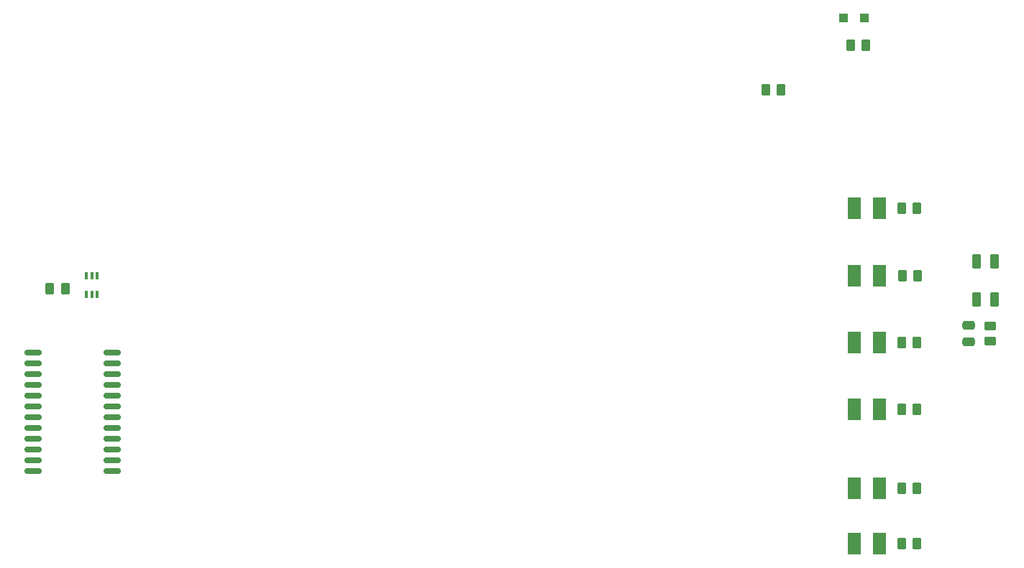
<source format=gtp>
G04 #@! TF.GenerationSoftware,KiCad,Pcbnew,(6.0.2)*
G04 #@! TF.CreationDate,2022-08-07T22:21:35-07:00*
G04 #@! TF.ProjectId,LightDrumInterface,4c696768-7444-4727-956d-496e74657266,rev?*
G04 #@! TF.SameCoordinates,Original*
G04 #@! TF.FileFunction,Paste,Top*
G04 #@! TF.FilePolarity,Positive*
%FSLAX46Y46*%
G04 Gerber Fmt 4.6, Leading zero omitted, Abs format (unit mm)*
G04 Created by KiCad (PCBNEW (6.0.2)) date 2022-08-07 22:21:35*
%MOMM*%
%LPD*%
G01*
G04 APERTURE LIST*
G04 Aperture macros list*
%AMRoundRect*
0 Rectangle with rounded corners*
0 $1 Rounding radius*
0 $2 $3 $4 $5 $6 $7 $8 $9 X,Y pos of 4 corners*
0 Add a 4 corners polygon primitive as box body*
4,1,4,$2,$3,$4,$5,$6,$7,$8,$9,$2,$3,0*
0 Add four circle primitives for the rounded corners*
1,1,$1+$1,$2,$3*
1,1,$1+$1,$4,$5*
1,1,$1+$1,$6,$7*
1,1,$1+$1,$8,$9*
0 Add four rect primitives between the rounded corners*
20,1,$1+$1,$2,$3,$4,$5,0*
20,1,$1+$1,$4,$5,$6,$7,0*
20,1,$1+$1,$6,$7,$8,$9,0*
20,1,$1+$1,$8,$9,$2,$3,0*%
G04 Aperture macros list end*
%ADD10R,1.500000X2.600000*%
%ADD11RoundRect,0.250000X-0.262500X-0.450000X0.262500X-0.450000X0.262500X0.450000X-0.262500X0.450000X0*%
%ADD12RoundRect,0.250000X0.475000X-0.250000X0.475000X0.250000X-0.475000X0.250000X-0.475000X-0.250000X0*%
%ADD13RoundRect,0.150000X-0.875000X-0.150000X0.875000X-0.150000X0.875000X0.150000X-0.875000X0.150000X0*%
%ADD14R,1.000000X1.000000*%
%ADD15RoundRect,0.250000X0.450000X-0.262500X0.450000X0.262500X-0.450000X0.262500X-0.450000X-0.262500X0*%
%ADD16RoundRect,0.165000X0.385000X-0.710000X0.385000X0.710000X-0.385000X0.710000X-0.385000X-0.710000X0*%
%ADD17R,0.400000X0.900000*%
%ADD18RoundRect,0.250000X0.262500X0.450000X-0.262500X0.450000X-0.262500X-0.450000X0.262500X-0.450000X0*%
G04 APERTURE END LIST*
D10*
X161440000Y-73400000D03*
X158440000Y-73400000D03*
D11*
X164115000Y-73400000D03*
X165940000Y-73400000D03*
D12*
X171940000Y-81200000D03*
X171940000Y-79300000D03*
D13*
X61790000Y-82515000D03*
X61790000Y-83785000D03*
X61790000Y-85055000D03*
X61790000Y-86325000D03*
X61790000Y-87595000D03*
X61790000Y-88865000D03*
X61790000Y-90135000D03*
X61790000Y-91405000D03*
X61790000Y-92675000D03*
X61790000Y-93945000D03*
X61790000Y-95215000D03*
X61790000Y-96485000D03*
X71090000Y-96485000D03*
X71090000Y-95215000D03*
X71090000Y-93945000D03*
X71090000Y-92675000D03*
X71090000Y-91405000D03*
X71090000Y-90135000D03*
X71090000Y-88865000D03*
X71090000Y-87595000D03*
X71090000Y-86325000D03*
X71090000Y-85055000D03*
X71090000Y-83785000D03*
X71090000Y-82515000D03*
D14*
X157190000Y-43000000D03*
X159690000Y-43000000D03*
D10*
X161440000Y-105000000D03*
X158440000Y-105000000D03*
D11*
X63777500Y-75000000D03*
X65602500Y-75000000D03*
X164027500Y-98500000D03*
X165852500Y-98500000D03*
D10*
X161440000Y-81300000D03*
X158440000Y-81300000D03*
D11*
X164027500Y-89200000D03*
X165852500Y-89200000D03*
D15*
X174440000Y-81162500D03*
X174440000Y-79337500D03*
D11*
X164027500Y-81300000D03*
X165852500Y-81300000D03*
D10*
X161440000Y-65500000D03*
X158440000Y-65500000D03*
X161440000Y-89200000D03*
X158440000Y-89200000D03*
D16*
X172865000Y-76250000D03*
X172865000Y-71750000D03*
X175015000Y-76250000D03*
X175015000Y-71750000D03*
D17*
X69340000Y-73400000D03*
X68690000Y-73400000D03*
X68040000Y-73400000D03*
X68040000Y-75600000D03*
X68690000Y-75600000D03*
X69340000Y-75600000D03*
D11*
X164027500Y-105000000D03*
X165852500Y-105000000D03*
D18*
X159852500Y-46250000D03*
X158027500Y-46250000D03*
D10*
X161440000Y-98500000D03*
X158440000Y-98500000D03*
D11*
X164027500Y-65500000D03*
X165852500Y-65500000D03*
X148027500Y-51500000D03*
X149852500Y-51500000D03*
M02*

</source>
